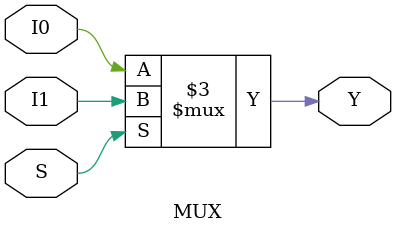
<source format=v>
module MUX (
    input wire I0, input wire I1, input wire S,
    output reg Y
);

always @(*)
    begin
        if (S)
            Y = I1;
        else
            Y = I0;
    end

endmodule
</source>
